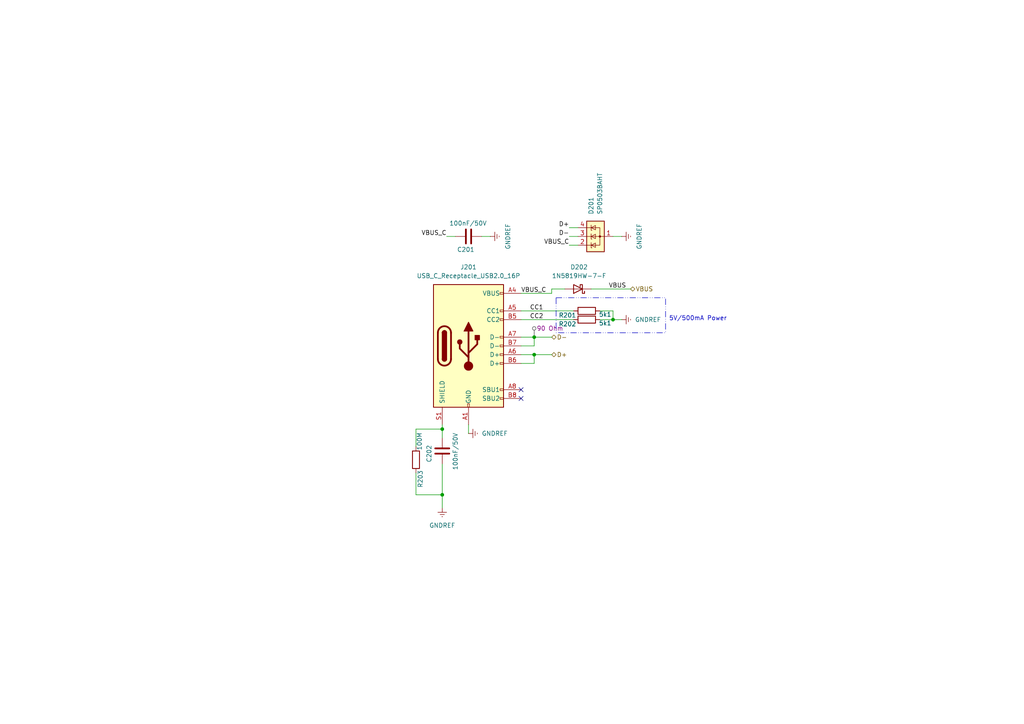
<source format=kicad_sch>
(kicad_sch
	(version 20250114)
	(generator "eeschema")
	(generator_version "9.0")
	(uuid "3ddc9734-1f39-4c53-a191-303513ae769f")
	(paper "A4")
	(title_block
		(title "PCB_BLE_Speaker")
		(date "2025-11-16")
		(rev "R.Casas")
	)
	(lib_symbols
		(symbol "Connector:USB_C_Receptacle_USB2.0_16P"
			(pin_names
				(offset 1.016)
			)
			(exclude_from_sim no)
			(in_bom yes)
			(on_board yes)
			(property "Reference" "J"
				(at 0 22.225 0)
				(effects
					(font
						(size 1.27 1.27)
					)
				)
			)
			(property "Value" "USB_C_Receptacle_USB2.0_16P"
				(at 0 19.685 0)
				(effects
					(font
						(size 1.27 1.27)
					)
				)
			)
			(property "Footprint" ""
				(at 3.81 0 0)
				(effects
					(font
						(size 1.27 1.27)
					)
					(hide yes)
				)
			)
			(property "Datasheet" "https://www.usb.org/sites/default/files/documents/usb_type-c.zip"
				(at 3.81 0 0)
				(effects
					(font
						(size 1.27 1.27)
					)
					(hide yes)
				)
			)
			(property "Description" "USB 2.0-only 16P Type-C Receptacle connector"
				(at 0 0 0)
				(effects
					(font
						(size 1.27 1.27)
					)
					(hide yes)
				)
			)
			(property "ki_keywords" "usb universal serial bus type-C USB2.0"
				(at 0 0 0)
				(effects
					(font
						(size 1.27 1.27)
					)
					(hide yes)
				)
			)
			(property "ki_fp_filters" "USB*C*Receptacle*"
				(at 0 0 0)
				(effects
					(font
						(size 1.27 1.27)
					)
					(hide yes)
				)
			)
			(symbol "USB_C_Receptacle_USB2.0_16P_0_0"
				(rectangle
					(start -0.254 -17.78)
					(end 0.254 -16.764)
					(stroke
						(width 0)
						(type default)
					)
					(fill
						(type none)
					)
				)
				(rectangle
					(start 10.16 15.494)
					(end 9.144 14.986)
					(stroke
						(width 0)
						(type default)
					)
					(fill
						(type none)
					)
				)
				(rectangle
					(start 10.16 10.414)
					(end 9.144 9.906)
					(stroke
						(width 0)
						(type default)
					)
					(fill
						(type none)
					)
				)
				(rectangle
					(start 10.16 7.874)
					(end 9.144 7.366)
					(stroke
						(width 0)
						(type default)
					)
					(fill
						(type none)
					)
				)
				(rectangle
					(start 10.16 2.794)
					(end 9.144 2.286)
					(stroke
						(width 0)
						(type default)
					)
					(fill
						(type none)
					)
				)
				(rectangle
					(start 10.16 0.254)
					(end 9.144 -0.254)
					(stroke
						(width 0)
						(type default)
					)
					(fill
						(type none)
					)
				)
				(rectangle
					(start 10.16 -2.286)
					(end 9.144 -2.794)
					(stroke
						(width 0)
						(type default)
					)
					(fill
						(type none)
					)
				)
				(rectangle
					(start 10.16 -4.826)
					(end 9.144 -5.334)
					(stroke
						(width 0)
						(type default)
					)
					(fill
						(type none)
					)
				)
				(rectangle
					(start 10.16 -12.446)
					(end 9.144 -12.954)
					(stroke
						(width 0)
						(type default)
					)
					(fill
						(type none)
					)
				)
				(rectangle
					(start 10.16 -14.986)
					(end 9.144 -15.494)
					(stroke
						(width 0)
						(type default)
					)
					(fill
						(type none)
					)
				)
			)
			(symbol "USB_C_Receptacle_USB2.0_16P_0_1"
				(rectangle
					(start -10.16 17.78)
					(end 10.16 -17.78)
					(stroke
						(width 0.254)
						(type default)
					)
					(fill
						(type background)
					)
				)
				(polyline
					(pts
						(xy -8.89 -3.81) (xy -8.89 3.81)
					)
					(stroke
						(width 0.508)
						(type default)
					)
					(fill
						(type none)
					)
				)
				(rectangle
					(start -7.62 -3.81)
					(end -6.35 3.81)
					(stroke
						(width 0.254)
						(type default)
					)
					(fill
						(type outline)
					)
				)
				(arc
					(start -7.62 3.81)
					(mid -6.985 4.4423)
					(end -6.35 3.81)
					(stroke
						(width 0.254)
						(type default)
					)
					(fill
						(type none)
					)
				)
				(arc
					(start -7.62 3.81)
					(mid -6.985 4.4423)
					(end -6.35 3.81)
					(stroke
						(width 0.254)
						(type default)
					)
					(fill
						(type outline)
					)
				)
				(arc
					(start -8.89 3.81)
					(mid -6.985 5.7067)
					(end -5.08 3.81)
					(stroke
						(width 0.508)
						(type default)
					)
					(fill
						(type none)
					)
				)
				(arc
					(start -5.08 -3.81)
					(mid -6.985 -5.7067)
					(end -8.89 -3.81)
					(stroke
						(width 0.508)
						(type default)
					)
					(fill
						(type none)
					)
				)
				(arc
					(start -6.35 -3.81)
					(mid -6.985 -4.4423)
					(end -7.62 -3.81)
					(stroke
						(width 0.254)
						(type default)
					)
					(fill
						(type none)
					)
				)
				(arc
					(start -6.35 -3.81)
					(mid -6.985 -4.4423)
					(end -7.62 -3.81)
					(stroke
						(width 0.254)
						(type default)
					)
					(fill
						(type outline)
					)
				)
				(polyline
					(pts
						(xy -5.08 3.81) (xy -5.08 -3.81)
					)
					(stroke
						(width 0.508)
						(type default)
					)
					(fill
						(type none)
					)
				)
				(circle
					(center -2.54 1.143)
					(radius 0.635)
					(stroke
						(width 0.254)
						(type default)
					)
					(fill
						(type outline)
					)
				)
				(polyline
					(pts
						(xy -1.27 4.318) (xy 0 6.858) (xy 1.27 4.318) (xy -1.27 4.318)
					)
					(stroke
						(width 0.254)
						(type default)
					)
					(fill
						(type outline)
					)
				)
				(polyline
					(pts
						(xy 0 -2.032) (xy 2.54 0.508) (xy 2.54 1.778)
					)
					(stroke
						(width 0.508)
						(type default)
					)
					(fill
						(type none)
					)
				)
				(polyline
					(pts
						(xy 0 -3.302) (xy -2.54 -0.762) (xy -2.54 0.508)
					)
					(stroke
						(width 0.508)
						(type default)
					)
					(fill
						(type none)
					)
				)
				(polyline
					(pts
						(xy 0 -5.842) (xy 0 4.318)
					)
					(stroke
						(width 0.508)
						(type default)
					)
					(fill
						(type none)
					)
				)
				(circle
					(center 0 -5.842)
					(radius 1.27)
					(stroke
						(width 0)
						(type default)
					)
					(fill
						(type outline)
					)
				)
				(rectangle
					(start 1.905 1.778)
					(end 3.175 3.048)
					(stroke
						(width 0.254)
						(type default)
					)
					(fill
						(type outline)
					)
				)
			)
			(symbol "USB_C_Receptacle_USB2.0_16P_1_1"
				(pin passive line
					(at -7.62 -22.86 90)
					(length 5.08)
					(name "SHIELD"
						(effects
							(font
								(size 1.27 1.27)
							)
						)
					)
					(number "S1"
						(effects
							(font
								(size 1.27 1.27)
							)
						)
					)
				)
				(pin passive line
					(at 0 -22.86 90)
					(length 5.08)
					(name "GND"
						(effects
							(font
								(size 1.27 1.27)
							)
						)
					)
					(number "A1"
						(effects
							(font
								(size 1.27 1.27)
							)
						)
					)
				)
				(pin passive line
					(at 0 -22.86 90)
					(length 5.08)
					(hide yes)
					(name "GND"
						(effects
							(font
								(size 1.27 1.27)
							)
						)
					)
					(number "A12"
						(effects
							(font
								(size 1.27 1.27)
							)
						)
					)
				)
				(pin passive line
					(at 0 -22.86 90)
					(length 5.08)
					(hide yes)
					(name "GND"
						(effects
							(font
								(size 1.27 1.27)
							)
						)
					)
					(number "B1"
						(effects
							(font
								(size 1.27 1.27)
							)
						)
					)
				)
				(pin passive line
					(at 0 -22.86 90)
					(length 5.08)
					(hide yes)
					(name "GND"
						(effects
							(font
								(size 1.27 1.27)
							)
						)
					)
					(number "B12"
						(effects
							(font
								(size 1.27 1.27)
							)
						)
					)
				)
				(pin passive line
					(at 15.24 15.24 180)
					(length 5.08)
					(name "VBUS"
						(effects
							(font
								(size 1.27 1.27)
							)
						)
					)
					(number "A4"
						(effects
							(font
								(size 1.27 1.27)
							)
						)
					)
				)
				(pin passive line
					(at 15.24 15.24 180)
					(length 5.08)
					(hide yes)
					(name "VBUS"
						(effects
							(font
								(size 1.27 1.27)
							)
						)
					)
					(number "A9"
						(effects
							(font
								(size 1.27 1.27)
							)
						)
					)
				)
				(pin passive line
					(at 15.24 15.24 180)
					(length 5.08)
					(hide yes)
					(name "VBUS"
						(effects
							(font
								(size 1.27 1.27)
							)
						)
					)
					(number "B4"
						(effects
							(font
								(size 1.27 1.27)
							)
						)
					)
				)
				(pin passive line
					(at 15.24 15.24 180)
					(length 5.08)
					(hide yes)
					(name "VBUS"
						(effects
							(font
								(size 1.27 1.27)
							)
						)
					)
					(number "B9"
						(effects
							(font
								(size 1.27 1.27)
							)
						)
					)
				)
				(pin bidirectional line
					(at 15.24 10.16 180)
					(length 5.08)
					(name "CC1"
						(effects
							(font
								(size 1.27 1.27)
							)
						)
					)
					(number "A5"
						(effects
							(font
								(size 1.27 1.27)
							)
						)
					)
				)
				(pin bidirectional line
					(at 15.24 7.62 180)
					(length 5.08)
					(name "CC2"
						(effects
							(font
								(size 1.27 1.27)
							)
						)
					)
					(number "B5"
						(effects
							(font
								(size 1.27 1.27)
							)
						)
					)
				)
				(pin bidirectional line
					(at 15.24 2.54 180)
					(length 5.08)
					(name "D-"
						(effects
							(font
								(size 1.27 1.27)
							)
						)
					)
					(number "A7"
						(effects
							(font
								(size 1.27 1.27)
							)
						)
					)
				)
				(pin bidirectional line
					(at 15.24 0 180)
					(length 5.08)
					(name "D-"
						(effects
							(font
								(size 1.27 1.27)
							)
						)
					)
					(number "B7"
						(effects
							(font
								(size 1.27 1.27)
							)
						)
					)
				)
				(pin bidirectional line
					(at 15.24 -2.54 180)
					(length 5.08)
					(name "D+"
						(effects
							(font
								(size 1.27 1.27)
							)
						)
					)
					(number "A6"
						(effects
							(font
								(size 1.27 1.27)
							)
						)
					)
				)
				(pin bidirectional line
					(at 15.24 -5.08 180)
					(length 5.08)
					(name "D+"
						(effects
							(font
								(size 1.27 1.27)
							)
						)
					)
					(number "B6"
						(effects
							(font
								(size 1.27 1.27)
							)
						)
					)
				)
				(pin bidirectional line
					(at 15.24 -12.7 180)
					(length 5.08)
					(name "SBU1"
						(effects
							(font
								(size 1.27 1.27)
							)
						)
					)
					(number "A8"
						(effects
							(font
								(size 1.27 1.27)
							)
						)
					)
				)
				(pin bidirectional line
					(at 15.24 -15.24 180)
					(length 5.08)
					(name "SBU2"
						(effects
							(font
								(size 1.27 1.27)
							)
						)
					)
					(number "B8"
						(effects
							(font
								(size 1.27 1.27)
							)
						)
					)
				)
			)
			(embedded_fonts no)
		)
		(symbol "Device:C"
			(pin_numbers
				(hide yes)
			)
			(pin_names
				(offset 0.254)
			)
			(exclude_from_sim no)
			(in_bom yes)
			(on_board yes)
			(property "Reference" "C"
				(at 0.635 2.54 0)
				(effects
					(font
						(size 1.27 1.27)
					)
					(justify left)
				)
			)
			(property "Value" "C"
				(at 0.635 -2.54 0)
				(effects
					(font
						(size 1.27 1.27)
					)
					(justify left)
				)
			)
			(property "Footprint" ""
				(at 0.9652 -3.81 0)
				(effects
					(font
						(size 1.27 1.27)
					)
					(hide yes)
				)
			)
			(property "Datasheet" "~"
				(at 0 0 0)
				(effects
					(font
						(size 1.27 1.27)
					)
					(hide yes)
				)
			)
			(property "Description" "Unpolarized capacitor"
				(at 0 0 0)
				(effects
					(font
						(size 1.27 1.27)
					)
					(hide yes)
				)
			)
			(property "ki_keywords" "cap capacitor"
				(at 0 0 0)
				(effects
					(font
						(size 1.27 1.27)
					)
					(hide yes)
				)
			)
			(property "ki_fp_filters" "C_*"
				(at 0 0 0)
				(effects
					(font
						(size 1.27 1.27)
					)
					(hide yes)
				)
			)
			(symbol "C_0_1"
				(polyline
					(pts
						(xy -2.032 0.762) (xy 2.032 0.762)
					)
					(stroke
						(width 0.508)
						(type default)
					)
					(fill
						(type none)
					)
				)
				(polyline
					(pts
						(xy -2.032 -0.762) (xy 2.032 -0.762)
					)
					(stroke
						(width 0.508)
						(type default)
					)
					(fill
						(type none)
					)
				)
			)
			(symbol "C_1_1"
				(pin passive line
					(at 0 3.81 270)
					(length 2.794)
					(name "~"
						(effects
							(font
								(size 1.27 1.27)
							)
						)
					)
					(number "1"
						(effects
							(font
								(size 1.27 1.27)
							)
						)
					)
				)
				(pin passive line
					(at 0 -3.81 90)
					(length 2.794)
					(name "~"
						(effects
							(font
								(size 1.27 1.27)
							)
						)
					)
					(number "2"
						(effects
							(font
								(size 1.27 1.27)
							)
						)
					)
				)
			)
			(embedded_fonts no)
		)
		(symbol "Device:R"
			(pin_numbers
				(hide yes)
			)
			(pin_names
				(offset 0)
			)
			(exclude_from_sim no)
			(in_bom yes)
			(on_board yes)
			(property "Reference" "R"
				(at 2.032 0 90)
				(effects
					(font
						(size 1.27 1.27)
					)
				)
			)
			(property "Value" "R"
				(at 0 0 90)
				(effects
					(font
						(size 1.27 1.27)
					)
				)
			)
			(property "Footprint" ""
				(at -1.778 0 90)
				(effects
					(font
						(size 1.27 1.27)
					)
					(hide yes)
				)
			)
			(property "Datasheet" "~"
				(at 0 0 0)
				(effects
					(font
						(size 1.27 1.27)
					)
					(hide yes)
				)
			)
			(property "Description" "Resistor"
				(at 0 0 0)
				(effects
					(font
						(size 1.27 1.27)
					)
					(hide yes)
				)
			)
			(property "ki_keywords" "R res resistor"
				(at 0 0 0)
				(effects
					(font
						(size 1.27 1.27)
					)
					(hide yes)
				)
			)
			(property "ki_fp_filters" "R_*"
				(at 0 0 0)
				(effects
					(font
						(size 1.27 1.27)
					)
					(hide yes)
				)
			)
			(symbol "R_0_1"
				(rectangle
					(start -1.016 -2.54)
					(end 1.016 2.54)
					(stroke
						(width 0.254)
						(type default)
					)
					(fill
						(type none)
					)
				)
			)
			(symbol "R_1_1"
				(pin passive line
					(at 0 3.81 270)
					(length 1.27)
					(name "~"
						(effects
							(font
								(size 1.27 1.27)
							)
						)
					)
					(number "1"
						(effects
							(font
								(size 1.27 1.27)
							)
						)
					)
				)
				(pin passive line
					(at 0 -3.81 90)
					(length 1.27)
					(name "~"
						(effects
							(font
								(size 1.27 1.27)
							)
						)
					)
					(number "2"
						(effects
							(font
								(size 1.27 1.27)
							)
						)
					)
				)
			)
			(embedded_fonts no)
		)
		(symbol "Diode:1N5819WS"
			(pin_numbers
				(hide yes)
			)
			(pin_names
				(offset 1.016)
				(hide yes)
			)
			(exclude_from_sim no)
			(in_bom yes)
			(on_board yes)
			(property "Reference" "D"
				(at 0 2.54 0)
				(effects
					(font
						(size 1.27 1.27)
					)
				)
			)
			(property "Value" "1N5819WS"
				(at 0 -2.54 0)
				(effects
					(font
						(size 1.27 1.27)
					)
				)
			)
			(property "Footprint" "Diode_SMD:D_SOD-323"
				(at 0 -4.445 0)
				(effects
					(font
						(size 1.27 1.27)
					)
					(hide yes)
				)
			)
			(property "Datasheet" "https://datasheet.lcsc.com/lcsc/2204281430_Guangdong-Hottech-1N5819WS_C191023.pdf"
				(at 0 0 0)
				(effects
					(font
						(size 1.27 1.27)
					)
					(hide yes)
				)
			)
			(property "Description" "40V 600mV@1A 1A SOD-323 Schottky Barrier Diodes, SOD-323"
				(at 0 0 0)
				(effects
					(font
						(size 1.27 1.27)
					)
					(hide yes)
				)
			)
			(property "ki_keywords" "diode Schottky"
				(at 0 0 0)
				(effects
					(font
						(size 1.27 1.27)
					)
					(hide yes)
				)
			)
			(property "ki_fp_filters" "D*SOD?323*"
				(at 0 0 0)
				(effects
					(font
						(size 1.27 1.27)
					)
					(hide yes)
				)
			)
			(symbol "1N5819WS_0_1"
				(polyline
					(pts
						(xy -1.905 0.635) (xy -1.905 1.27) (xy -1.27 1.27) (xy -1.27 -1.27) (xy -0.635 -1.27) (xy -0.635 -0.635)
					)
					(stroke
						(width 0.254)
						(type default)
					)
					(fill
						(type none)
					)
				)
				(polyline
					(pts
						(xy 1.27 1.27) (xy 1.27 -1.27) (xy -1.27 0) (xy 1.27 1.27)
					)
					(stroke
						(width 0.254)
						(type default)
					)
					(fill
						(type none)
					)
				)
				(polyline
					(pts
						(xy 1.27 0) (xy -1.27 0)
					)
					(stroke
						(width 0)
						(type default)
					)
					(fill
						(type none)
					)
				)
			)
			(symbol "1N5819WS_1_1"
				(pin passive line
					(at -3.81 0 0)
					(length 2.54)
					(name "K"
						(effects
							(font
								(size 1.27 1.27)
							)
						)
					)
					(number "1"
						(effects
							(font
								(size 1.27 1.27)
							)
						)
					)
				)
				(pin passive line
					(at 3.81 0 180)
					(length 2.54)
					(name "A"
						(effects
							(font
								(size 1.27 1.27)
							)
						)
					)
					(number "2"
						(effects
							(font
								(size 1.27 1.27)
							)
						)
					)
				)
			)
			(embedded_fonts no)
		)
		(symbol "Power_Protection:SP0503BAHT"
			(pin_names
				(hide yes)
			)
			(exclude_from_sim no)
			(in_bom yes)
			(on_board yes)
			(property "Reference" "D"
				(at 5.715 2.54 0)
				(effects
					(font
						(size 1.27 1.27)
					)
					(justify left)
				)
			)
			(property "Value" "SP0503BAHT"
				(at 5.715 0.635 0)
				(effects
					(font
						(size 1.27 1.27)
					)
					(justify left)
				)
			)
			(property "Footprint" "Package_TO_SOT_SMD:SOT-143"
				(at 5.715 -1.27 0)
				(effects
					(font
						(size 1.27 1.27)
					)
					(justify left)
					(hide yes)
				)
			)
			(property "Datasheet" "http://www.littelfuse.com/~/media/files/littelfuse/technical%20resources/documents/data%20sheets/sp05xxba.pdf"
				(at 3.175 3.175 0)
				(effects
					(font
						(size 1.27 1.27)
					)
					(hide yes)
				)
			)
			(property "Description" "TVS Diode Array, 5.5V Standoff, 3 Channels, SOT-143 package"
				(at 0 0 0)
				(effects
					(font
						(size 1.27 1.27)
					)
					(hide yes)
				)
			)
			(property "ki_keywords" "usb esd protection suppression transient"
				(at 0 0 0)
				(effects
					(font
						(size 1.27 1.27)
					)
					(hide yes)
				)
			)
			(property "ki_fp_filters" "SOT?143*"
				(at 0 0 0)
				(effects
					(font
						(size 1.27 1.27)
					)
					(hide yes)
				)
			)
			(symbol "SP0503BAHT_0_0"
				(pin passive line
					(at 0 -5.08 90)
					(length 2.54)
					(name "A"
						(effects
							(font
								(size 1.27 1.27)
							)
						)
					)
					(number "1"
						(effects
							(font
								(size 1.27 1.27)
							)
						)
					)
				)
			)
			(symbol "SP0503BAHT_0_1"
				(rectangle
					(start -4.445 2.54)
					(end 4.445 -2.54)
					(stroke
						(width 0.254)
						(type default)
					)
					(fill
						(type background)
					)
				)
				(polyline
					(pts
						(xy -3.302 1.016) (xy -3.302 1.27) (xy -1.905 1.27) (xy -1.778 1.27)
					)
					(stroke
						(width 0)
						(type default)
					)
					(fill
						(type none)
					)
				)
				(polyline
					(pts
						(xy -2.54 2.54) (xy -2.54 1.27)
					)
					(stroke
						(width 0)
						(type default)
					)
					(fill
						(type none)
					)
				)
				(polyline
					(pts
						(xy -2.54 1.27) (xy -2.54 -1.27) (xy 2.54 -1.27) (xy 2.54 1.27)
					)
					(stroke
						(width 0)
						(type default)
					)
					(fill
						(type none)
					)
				)
				(polyline
					(pts
						(xy -2.54 1.27) (xy -1.905 0) (xy -3.175 0) (xy -2.54 1.27)
					)
					(stroke
						(width 0)
						(type default)
					)
					(fill
						(type none)
					)
				)
				(polyline
					(pts
						(xy 0 2.54) (xy 0 1.27)
					)
					(stroke
						(width 0)
						(type default)
					)
					(fill
						(type none)
					)
				)
				(polyline
					(pts
						(xy 0 -1.27) (xy 0 1.27)
					)
					(stroke
						(width 0)
						(type default)
					)
					(fill
						(type none)
					)
				)
				(polyline
					(pts
						(xy 0 -1.27) (xy 0 -2.54)
					)
					(stroke
						(width 0)
						(type default)
					)
					(fill
						(type none)
					)
				)
				(circle
					(center 0 -1.27)
					(radius 0.254)
					(stroke
						(width 0)
						(type default)
					)
					(fill
						(type outline)
					)
				)
				(polyline
					(pts
						(xy 0.635 1.27) (xy 0.762 1.27)
					)
					(stroke
						(width 0)
						(type default)
					)
					(fill
						(type none)
					)
				)
				(polyline
					(pts
						(xy 0.635 1.27) (xy -0.762 1.27) (xy -0.762 1.016)
					)
					(stroke
						(width 0)
						(type default)
					)
					(fill
						(type none)
					)
				)
				(polyline
					(pts
						(xy 0.635 0) (xy -0.635 0) (xy 0 1.27) (xy 0.635 0)
					)
					(stroke
						(width 0)
						(type default)
					)
					(fill
						(type none)
					)
				)
				(polyline
					(pts
						(xy 1.778 1.016) (xy 1.778 1.27) (xy 3.175 1.27) (xy 3.302 1.27)
					)
					(stroke
						(width 0)
						(type default)
					)
					(fill
						(type none)
					)
				)
				(polyline
					(pts
						(xy 2.54 2.54) (xy 2.54 1.27)
					)
					(stroke
						(width 0)
						(type default)
					)
					(fill
						(type none)
					)
				)
				(polyline
					(pts
						(xy 2.54 1.27) (xy 1.905 0) (xy 3.175 0) (xy 2.54 1.27)
					)
					(stroke
						(width 0)
						(type default)
					)
					(fill
						(type none)
					)
				)
			)
			(symbol "SP0503BAHT_1_1"
				(pin passive line
					(at -2.54 5.08 270)
					(length 2.54)
					(name "K"
						(effects
							(font
								(size 1.27 1.27)
							)
						)
					)
					(number "2"
						(effects
							(font
								(size 1.27 1.27)
							)
						)
					)
				)
				(pin passive line
					(at 0 5.08 270)
					(length 2.54)
					(name "K"
						(effects
							(font
								(size 1.27 1.27)
							)
						)
					)
					(number "3"
						(effects
							(font
								(size 1.27 1.27)
							)
						)
					)
				)
				(pin passive line
					(at 2.54 5.08 270)
					(length 2.54)
					(name "K"
						(effects
							(font
								(size 1.27 1.27)
							)
						)
					)
					(number "4"
						(effects
							(font
								(size 1.27 1.27)
							)
						)
					)
				)
			)
			(embedded_fonts no)
		)
		(symbol "power:GNDREF"
			(power)
			(pin_numbers
				(hide yes)
			)
			(pin_names
				(offset 0)
				(hide yes)
			)
			(exclude_from_sim no)
			(in_bom yes)
			(on_board yes)
			(property "Reference" "#PWR"
				(at 0 -6.35 0)
				(effects
					(font
						(size 1.27 1.27)
					)
					(hide yes)
				)
			)
			(property "Value" "GNDREF"
				(at 0 -3.81 0)
				(effects
					(font
						(size 1.27 1.27)
					)
				)
			)
			(property "Footprint" ""
				(at 0 0 0)
				(effects
					(font
						(size 1.27 1.27)
					)
					(hide yes)
				)
			)
			(property "Datasheet" ""
				(at 0 0 0)
				(effects
					(font
						(size 1.27 1.27)
					)
					(hide yes)
				)
			)
			(property "Description" "Power symbol creates a global label with name \"GNDREF\" , reference supply ground"
				(at 0 0 0)
				(effects
					(font
						(size 1.27 1.27)
					)
					(hide yes)
				)
			)
			(property "ki_keywords" "global power"
				(at 0 0 0)
				(effects
					(font
						(size 1.27 1.27)
					)
					(hide yes)
				)
			)
			(symbol "GNDREF_0_1"
				(polyline
					(pts
						(xy -0.635 -1.905) (xy 0.635 -1.905)
					)
					(stroke
						(width 0)
						(type default)
					)
					(fill
						(type none)
					)
				)
				(polyline
					(pts
						(xy -0.127 -2.54) (xy 0.127 -2.54)
					)
					(stroke
						(width 0)
						(type default)
					)
					(fill
						(type none)
					)
				)
				(polyline
					(pts
						(xy 0 -1.27) (xy 0 0)
					)
					(stroke
						(width 0)
						(type default)
					)
					(fill
						(type none)
					)
				)
				(polyline
					(pts
						(xy 1.27 -1.27) (xy -1.27 -1.27)
					)
					(stroke
						(width 0)
						(type default)
					)
					(fill
						(type none)
					)
				)
			)
			(symbol "GNDREF_1_1"
				(pin power_in line
					(at 0 0 270)
					(length 0)
					(name "~"
						(effects
							(font
								(size 1.27 1.27)
							)
						)
					)
					(number "1"
						(effects
							(font
								(size 1.27 1.27)
							)
						)
					)
				)
			)
			(embedded_fonts no)
		)
	)
	(rectangle
		(start 161.29 86.36)
		(end 193.04 96.52)
		(stroke
			(width 0)
			(type dash_dot_dot)
		)
		(fill
			(type none)
		)
		(uuid dd847a9e-beac-4116-8415-bd1c52ef1008)
	)
	(text "5V/500mA Power"
		(exclude_from_sim no)
		(at 202.438 92.456 0)
		(effects
			(font
				(size 1.27 1.27)
			)
		)
		(uuid "d8c79746-2646-45c8-8429-1914b8012c47")
	)
	(junction
		(at 128.27 124.46)
		(diameter 0)
		(color 0 0 0 0)
		(uuid "26416d49-8ae3-4c47-b5bd-1a0dfd499915")
	)
	(junction
		(at 128.27 143.51)
		(diameter 0)
		(color 0 0 0 0)
		(uuid "32115f9d-be62-4488-bacd-0d3171543545")
	)
	(junction
		(at 154.94 102.87)
		(diameter 0)
		(color 0 0 0 0)
		(uuid "a370b558-3c01-4a70-9aac-938ebf72c721")
	)
	(junction
		(at 154.94 97.79)
		(diameter 0)
		(color 0 0 0 0)
		(uuid "cece9504-1aa0-4af1-a395-6b46b23a9da2")
	)
	(junction
		(at 177.8 92.71)
		(diameter 0)
		(color 0 0 0 0)
		(uuid "ef23507f-2c4c-46fd-8336-899b2f80e857")
	)
	(no_connect
		(at 151.13 115.57)
		(uuid "5dff104d-9f0c-4f30-84fb-c79ee39afe2a")
	)
	(no_connect
		(at 151.13 113.03)
		(uuid "f6b495f7-1b3d-47c2-bf4b-92720178b796")
	)
	(wire
		(pts
			(xy 120.65 137.16) (xy 120.65 143.51)
		)
		(stroke
			(width 0)
			(type default)
		)
		(uuid "083bc1eb-8035-43be-982b-3be49b52b913")
	)
	(wire
		(pts
			(xy 154.94 102.87) (xy 151.13 102.87)
		)
		(stroke
			(width 0)
			(type default)
		)
		(uuid "19ef8a80-d0a1-42ee-93e4-b4ca30374227")
	)
	(wire
		(pts
			(xy 160.02 83.82) (xy 163.83 83.82)
		)
		(stroke
			(width 0)
			(type default)
		)
		(uuid "2cbcf506-c4c3-4b1d-afed-282bfc302284")
	)
	(wire
		(pts
			(xy 165.1 71.12) (xy 167.64 71.12)
		)
		(stroke
			(width 0)
			(type default)
		)
		(uuid "2d84b5c1-b340-4b6a-b8f1-77fced9d2013")
	)
	(wire
		(pts
			(xy 165.1 66.04) (xy 167.64 66.04)
		)
		(stroke
			(width 0)
			(type default)
		)
		(uuid "2e4912e3-ca54-4654-803f-8645a2046091")
	)
	(wire
		(pts
			(xy 154.94 102.87) (xy 154.94 105.41)
		)
		(stroke
			(width 0)
			(type default)
		)
		(uuid "36fa4c0e-8e4a-4449-81c0-7bddad39dd55")
	)
	(wire
		(pts
			(xy 180.34 68.58) (xy 177.8 68.58)
		)
		(stroke
			(width 0)
			(type default)
		)
		(uuid "389751a3-eeeb-4041-82eb-786f3ec1023a")
	)
	(wire
		(pts
			(xy 154.94 102.87) (xy 160.02 102.87)
		)
		(stroke
			(width 0)
			(type default)
		)
		(uuid "3cbca22f-1cf7-41ca-8e64-8ac808e4de59")
	)
	(wire
		(pts
			(xy 128.27 143.51) (xy 128.27 134.62)
		)
		(stroke
			(width 0)
			(type default)
		)
		(uuid "44f935a3-d654-4a1b-9167-864d1a1f89a5")
	)
	(wire
		(pts
			(xy 151.13 90.17) (xy 166.37 90.17)
		)
		(stroke
			(width 0)
			(type default)
		)
		(uuid "4636f1b4-7f2c-436e-a310-69759710f702")
	)
	(wire
		(pts
			(xy 173.99 90.17) (xy 177.8 90.17)
		)
		(stroke
			(width 0)
			(type default)
		)
		(uuid "550d09ff-f316-4033-9711-7418d5a98ca7")
	)
	(wire
		(pts
			(xy 135.89 123.19) (xy 135.89 125.73)
		)
		(stroke
			(width 0)
			(type default)
		)
		(uuid "6e67961e-6dcc-4dbb-81da-da8c045be48d")
	)
	(wire
		(pts
			(xy 165.1 68.58) (xy 167.64 68.58)
		)
		(stroke
			(width 0)
			(type default)
		)
		(uuid "71e98e21-7c6f-4fe6-9f70-cbefca31a902")
	)
	(wire
		(pts
			(xy 128.27 124.46) (xy 128.27 127)
		)
		(stroke
			(width 0)
			(type default)
		)
		(uuid "7c7ddd4e-d595-4f1e-b04d-956cdf0a2c17")
	)
	(wire
		(pts
			(xy 139.7 68.58) (xy 142.24 68.58)
		)
		(stroke
			(width 0)
			(type default)
		)
		(uuid "80a492b0-2819-4e4d-a9e0-30aecd3f929e")
	)
	(wire
		(pts
			(xy 177.8 90.17) (xy 177.8 92.71)
		)
		(stroke
			(width 0)
			(type default)
		)
		(uuid "80f9befa-9116-4033-a675-0506947c66ad")
	)
	(wire
		(pts
			(xy 173.99 92.71) (xy 177.8 92.71)
		)
		(stroke
			(width 0)
			(type default)
		)
		(uuid "81df169e-a1d2-4c0c-89db-46481f110c59")
	)
	(wire
		(pts
			(xy 154.94 100.33) (xy 151.13 100.33)
		)
		(stroke
			(width 0)
			(type default)
		)
		(uuid "9093dccc-8adb-4298-859c-758a4e93c8e4")
	)
	(wire
		(pts
			(xy 154.94 97.79) (xy 160.02 97.79)
		)
		(stroke
			(width 0)
			(type default)
		)
		(uuid "9a439b33-5ceb-4355-8118-483e9e040124")
	)
	(wire
		(pts
			(xy 128.27 123.19) (xy 128.27 124.46)
		)
		(stroke
			(width 0)
			(type default)
		)
		(uuid "9ec53228-468e-4053-814b-126fe2529dcd")
	)
	(wire
		(pts
			(xy 154.94 100.33) (xy 154.94 97.79)
		)
		(stroke
			(width 0)
			(type default)
		)
		(uuid "a5481d67-99a5-4bef-b942-ba70daa916bb")
	)
	(wire
		(pts
			(xy 151.13 97.79) (xy 154.94 97.79)
		)
		(stroke
			(width 0)
			(type default)
		)
		(uuid "af4ac939-0c24-47ff-9022-73ecbe60d526")
	)
	(wire
		(pts
			(xy 151.13 92.71) (xy 166.37 92.71)
		)
		(stroke
			(width 0)
			(type default)
		)
		(uuid "b15d02db-69fc-455d-b3b9-a3715b60d60d")
	)
	(wire
		(pts
			(xy 177.8 92.71) (xy 180.34 92.71)
		)
		(stroke
			(width 0)
			(type default)
		)
		(uuid "b75571f8-0395-411e-bea4-6806572be663")
	)
	(wire
		(pts
			(xy 171.45 83.82) (xy 182.88 83.82)
		)
		(stroke
			(width 0)
			(type default)
		)
		(uuid "c8952099-ff60-47be-92a4-10ca42ca11cc")
	)
	(wire
		(pts
			(xy 120.65 124.46) (xy 120.65 129.54)
		)
		(stroke
			(width 0)
			(type default)
		)
		(uuid "d36d8402-e83a-4a76-9853-175716a75b0b")
	)
	(wire
		(pts
			(xy 120.65 143.51) (xy 128.27 143.51)
		)
		(stroke
			(width 0)
			(type default)
		)
		(uuid "d6c5acbb-1bf0-4ff9-b5b4-79b64b6e8878")
	)
	(wire
		(pts
			(xy 128.27 143.51) (xy 128.27 147.32)
		)
		(stroke
			(width 0)
			(type default)
		)
		(uuid "d913ca6d-ad08-4ca5-a081-43e844093693")
	)
	(wire
		(pts
			(xy 151.13 85.09) (xy 160.02 85.09)
		)
		(stroke
			(width 0)
			(type default)
		)
		(uuid "dfaceb1b-6ab1-4953-b5fb-ed1944fbf335")
	)
	(wire
		(pts
			(xy 129.54 68.58) (xy 132.08 68.58)
		)
		(stroke
			(width 0)
			(type default)
		)
		(uuid "e6490239-c1d7-421e-b4dc-abce4ac26dda")
	)
	(wire
		(pts
			(xy 128.27 124.46) (xy 120.65 124.46)
		)
		(stroke
			(width 0)
			(type default)
		)
		(uuid "f5348dda-71f5-4b1b-93f3-45e018be198f")
	)
	(wire
		(pts
			(xy 151.13 105.41) (xy 154.94 105.41)
		)
		(stroke
			(width 0)
			(type default)
		)
		(uuid "f7008b11-2255-444e-abc5-45778a623e69")
	)
	(wire
		(pts
			(xy 160.02 85.09) (xy 160.02 83.82)
		)
		(stroke
			(width 0)
			(type default)
		)
		(uuid "f9164f15-cdfc-4421-983b-9a7822a891a7")
	)
	(label "CC1"
		(at 153.67 90.17 0)
		(effects
			(font
				(size 1.27 1.27)
			)
			(justify left bottom)
		)
		(uuid "215e338d-cefc-4b85-9409-4ccd7d56481c")
	)
	(label "VBUS_C"
		(at 129.54 68.58 180)
		(effects
			(font
				(size 1.27 1.27)
			)
			(justify right bottom)
		)
		(uuid "2b4f6737-389e-4ed3-9e70-3f055aa91c7e")
	)
	(label "D+"
		(at 165.1 66.04 180)
		(fields_autoplaced yes)
		(effects
			(font
				(size 1.27 1.27)
			)
			(justify right bottom)
		)
		(uuid "35e4d8a3-4abf-49c5-9f04-eeaccdf818e7")
		(property "Netclass" "90 Ohm"
			(at 165.1 67.31 0)
			(effects
				(font
					(size 1.27 1.27)
					(italic yes)
				)
				(justify right)
				(hide yes)
			)
		)
	)
	(label "VBUS_C"
		(at 165.1 71.12 180)
		(effects
			(font
				(size 1.27 1.27)
			)
			(justify right bottom)
		)
		(uuid "4b66c184-d21d-40d6-ac3e-d24c9b847638")
	)
	(label "VBUS"
		(at 176.53 83.82 0)
		(effects
			(font
				(size 1.27 1.27)
			)
			(justify left bottom)
		)
		(uuid "5a76c1d1-e9c1-4815-b7ee-6d5b44b67923")
	)
	(label "CC2"
		(at 153.67 92.71 0)
		(effects
			(font
				(size 1.27 1.27)
			)
			(justify left bottom)
		)
		(uuid "a943680e-d212-4517-a5e6-92079dc5897f")
	)
	(label "VBUS_C"
		(at 151.13 85.09 0)
		(effects
			(font
				(size 1.27 1.27)
			)
			(justify left bottom)
		)
		(uuid "b119da10-49e6-4cfd-9ad8-266943bb28ab")
	)
	(label "D-"
		(at 165.1 68.58 180)
		(fields_autoplaced yes)
		(effects
			(font
				(size 1.27 1.27)
			)
			(justify right bottom)
		)
		(uuid "df505bb7-daf1-4356-8911-4e98371c351e")
		(property "Netclass" "90 Ohm"
			(at 165.1 69.85 0)
			(effects
				(font
					(size 1.27 1.27)
					(italic yes)
				)
				(justify right)
				(hide yes)
			)
		)
	)
	(hierarchical_label "D+"
		(shape bidirectional)
		(at 160.02 102.87 0)
		(effects
			(font
				(size 1.27 1.27)
			)
			(justify left)
		)
		(uuid "14ffbf6d-4776-4bd4-a0d9-23bab6356fc5")
	)
	(hierarchical_label "D-"
		(shape bidirectional)
		(at 160.02 97.79 0)
		(effects
			(font
				(size 1.27 1.27)
			)
			(justify left)
		)
		(uuid "58c2b0d3-15a0-43ec-a2b4-90408035db1d")
	)
	(hierarchical_label "VBUS"
		(shape bidirectional)
		(at 182.88 83.82 0)
		(effects
			(font
				(size 1.27 1.27)
			)
			(justify left)
		)
		(uuid "d921d8de-6c4f-4127-900d-59fd2d65c097")
	)
	(netclass_flag ""
		(length 2.54)
		(shape round)
		(at 154.94 97.79 0)
		(fields_autoplaced yes)
		(effects
			(font
				(size 1.27 1.27)
			)
			(justify left bottom)
		)
		(uuid "d53307b6-87ac-48bc-9a7b-85bcee174c84")
		(property "Netclass" "90 Ohm"
			(at 155.6385 95.25 0)
			(effects
				(font
					(size 1.27 1.27)
				)
				(justify left)
			)
		)
		(property "Component Class" ""
			(at -59.69 10.16 0)
			(effects
				(font
					(size 1.27 1.27)
					(italic yes)
				)
			)
		)
	)
	(symbol
		(lib_id "Diode:1N5819WS")
		(at 167.64 83.82 180)
		(unit 1)
		(exclude_from_sim no)
		(in_bom yes)
		(on_board yes)
		(dnp no)
		(fields_autoplaced yes)
		(uuid "032141af-17d1-4f1e-937f-ab63cd06df3f")
		(property "Reference" "D202"
			(at 167.9575 77.47 0)
			(effects
				(font
					(size 1.27 1.27)
				)
			)
		)
		(property "Value" "1N5819HW-7-F"
			(at 167.9575 80.01 0)
			(effects
				(font
					(size 1.27 1.27)
				)
			)
		)
		(property "Footprint" "Diode_SMD:D_SOD-123F"
			(at 167.64 79.375 0)
			(effects
				(font
					(size 1.27 1.27)
				)
				(hide yes)
			)
		)
		(property "Datasheet" ""
			(at 167.64 83.82 0)
			(effects
				(font
					(size 1.27 1.27)
				)
				(hide yes)
			)
		)
		(property "Description" ""
			(at 167.64 83.82 0)
			(effects
				(font
					(size 1.27 1.27)
				)
				(hide yes)
			)
		)
		(pin "2"
			(uuid "df252eae-8342-4ed3-8882-d7690a9dc1ff")
		)
		(pin "1"
			(uuid "357988d7-a484-4fad-b762-98bcb4322e3d")
		)
		(instances
			(project ""
				(path "/ee5079a3-7a94-4c31-a728-9ec7d03fd2da/40127e6c-903e-4c6b-8522-b795aca5e676"
					(reference "D202")
					(unit 1)
				)
			)
		)
	)
	(symbol
		(lib_id "power:GNDREF")
		(at 142.24 68.58 90)
		(unit 1)
		(exclude_from_sim no)
		(in_bom yes)
		(on_board yes)
		(dnp no)
		(fields_autoplaced yes)
		(uuid "0d07b660-f68a-4fd1-9f6c-a157d47ca28a")
		(property "Reference" "#PWR0201"
			(at 148.59 68.58 0)
			(effects
				(font
					(size 1.27 1.27)
				)
				(hide yes)
			)
		)
		(property "Value" "GNDREF"
			(at 147.32 68.58 0)
			(effects
				(font
					(size 1.27 1.27)
				)
			)
		)
		(property "Footprint" ""
			(at 142.24 68.58 0)
			(effects
				(font
					(size 1.27 1.27)
				)
				(hide yes)
			)
		)
		(property "Datasheet" ""
			(at 142.24 68.58 0)
			(effects
				(font
					(size 1.27 1.27)
				)
				(hide yes)
			)
		)
		(property "Description" "Power symbol creates a global label with name \"GNDREF\" , reference supply ground"
			(at 142.24 68.58 0)
			(effects
				(font
					(size 1.27 1.27)
				)
				(hide yes)
			)
		)
		(pin "1"
			(uuid "7fc8a91f-ba5f-4988-8051-83c259b5190c")
		)
		(instances
			(project "PCB_BLE_Speaker"
				(path "/ee5079a3-7a94-4c31-a728-9ec7d03fd2da/40127e6c-903e-4c6b-8522-b795aca5e676"
					(reference "#PWR0201")
					(unit 1)
				)
			)
		)
	)
	(symbol
		(lib_id "power:GNDREF")
		(at 135.89 125.73 90)
		(unit 1)
		(exclude_from_sim no)
		(in_bom yes)
		(on_board yes)
		(dnp no)
		(fields_autoplaced yes)
		(uuid "225ac73c-f0ce-4133-b556-0fba489331bd")
		(property "Reference" "#PWR0204"
			(at 142.24 125.73 0)
			(effects
				(font
					(size 1.27 1.27)
				)
				(hide yes)
			)
		)
		(property "Value" "GNDREF"
			(at 139.7 125.7299 90)
			(effects
				(font
					(size 1.27 1.27)
				)
				(justify right)
			)
		)
		(property "Footprint" ""
			(at 135.89 125.73 0)
			(effects
				(font
					(size 1.27 1.27)
				)
				(hide yes)
			)
		)
		(property "Datasheet" ""
			(at 135.89 125.73 0)
			(effects
				(font
					(size 1.27 1.27)
				)
				(hide yes)
			)
		)
		(property "Description" "Power symbol creates a global label with name \"GNDREF\" , reference supply ground"
			(at 135.89 125.73 0)
			(effects
				(font
					(size 1.27 1.27)
				)
				(hide yes)
			)
		)
		(pin "1"
			(uuid "077a692d-6527-4914-9c8d-26b0469fefe7")
		)
		(instances
			(project "PCB_BLE_Speaker"
				(path "/ee5079a3-7a94-4c31-a728-9ec7d03fd2da/40127e6c-903e-4c6b-8522-b795aca5e676"
					(reference "#PWR0204")
					(unit 1)
				)
			)
		)
	)
	(symbol
		(lib_id "Device:R")
		(at 120.65 133.35 180)
		(unit 1)
		(exclude_from_sim no)
		(in_bom yes)
		(on_board yes)
		(dnp no)
		(uuid "35ea9948-2ef5-42b0-8961-916b5d589f14")
		(property "Reference" "R203"
			(at 121.92 138.938 90)
			(effects
				(font
					(size 1.27 1.27)
				)
			)
		)
		(property "Value" "100M"
			(at 121.666 128.016 90)
			(effects
				(font
					(size 1.27 1.27)
				)
			)
		)
		(property "Footprint" "Resistor_SMD:R_0603_1608Metric_Pad0.98x0.95mm_HandSolder"
			(at 122.428 133.35 90)
			(effects
				(font
					(size 1.27 1.27)
				)
				(hide yes)
			)
		)
		(property "Datasheet" "~"
			(at 120.65 133.35 0)
			(effects
				(font
					(size 1.27 1.27)
				)
				(hide yes)
			)
		)
		(property "Description" "Resistor"
			(at 120.65 133.35 0)
			(effects
				(font
					(size 1.27 1.27)
				)
				(hide yes)
			)
		)
		(pin "1"
			(uuid "3241bf9c-bce1-4534-8430-075febb74b61")
		)
		(pin "2"
			(uuid "2618c021-f34a-4739-ac00-c29492aaed8f")
		)
		(instances
			(project "PCB_BLE_Speaker"
				(path "/ee5079a3-7a94-4c31-a728-9ec7d03fd2da/40127e6c-903e-4c6b-8522-b795aca5e676"
					(reference "R203")
					(unit 1)
				)
			)
		)
	)
	(symbol
		(lib_id "power:GNDREF")
		(at 180.34 68.58 90)
		(unit 1)
		(exclude_from_sim no)
		(in_bom yes)
		(on_board yes)
		(dnp no)
		(fields_autoplaced yes)
		(uuid "3754db1e-28ec-44c8-af4a-ee7a876a0ce9")
		(property "Reference" "#PWR0202"
			(at 186.69 68.58 0)
			(effects
				(font
					(size 1.27 1.27)
				)
				(hide yes)
			)
		)
		(property "Value" "GNDREF"
			(at 185.42 68.58 0)
			(effects
				(font
					(size 1.27 1.27)
				)
			)
		)
		(property "Footprint" ""
			(at 180.34 68.58 0)
			(effects
				(font
					(size 1.27 1.27)
				)
				(hide yes)
			)
		)
		(property "Datasheet" ""
			(at 180.34 68.58 0)
			(effects
				(font
					(size 1.27 1.27)
				)
				(hide yes)
			)
		)
		(property "Description" "Power symbol creates a global label with name \"GNDREF\" , reference supply ground"
			(at 180.34 68.58 0)
			(effects
				(font
					(size 1.27 1.27)
				)
				(hide yes)
			)
		)
		(pin "1"
			(uuid "ecadbc32-e7ec-4664-a04e-5d74aae7b681")
		)
		(instances
			(project "PCB_BLE_Speaker"
				(path "/ee5079a3-7a94-4c31-a728-9ec7d03fd2da/40127e6c-903e-4c6b-8522-b795aca5e676"
					(reference "#PWR0202")
					(unit 1)
				)
			)
		)
	)
	(symbol
		(lib_id "Power_Protection:SP0503BAHT")
		(at 172.72 68.58 90)
		(unit 1)
		(exclude_from_sim no)
		(in_bom yes)
		(on_board yes)
		(dnp no)
		(fields_autoplaced yes)
		(uuid "3906458c-e0fe-4ce5-8c9e-fee86ae2ece6")
		(property "Reference" "D201"
			(at 171.4499 62.23 0)
			(effects
				(font
					(size 1.27 1.27)
				)
				(justify left)
			)
		)
		(property "Value" "SP0503BAHT"
			(at 173.9899 62.23 0)
			(effects
				(font
					(size 1.27 1.27)
				)
				(justify left)
			)
		)
		(property "Footprint" "Package_TO_SOT_SMD:SOT-143_Handsoldering"
			(at 173.99 62.865 0)
			(effects
				(font
					(size 1.27 1.27)
				)
				(justify left)
				(hide yes)
			)
		)
		(property "Datasheet" "http://www.littelfuse.com/~/media/files/littelfuse/technical%20resources/documents/data%20sheets/sp05xxba.pdf"
			(at 169.545 65.405 0)
			(effects
				(font
					(size 1.27 1.27)
				)
				(hide yes)
			)
		)
		(property "Description" "TVS Diode Array, 5.5V Standoff, 3 Channels, SOT-143 package"
			(at 172.72 68.58 0)
			(effects
				(font
					(size 1.27 1.27)
				)
				(hide yes)
			)
		)
		(pin "2"
			(uuid "e82b6473-1275-4380-8ca1-fe8b41cf9f90")
		)
		(pin "4"
			(uuid "5df5fc7e-fb02-4e65-ad83-61261eff0e19")
		)
		(pin "3"
			(uuid "47abb04e-f7b3-48d4-b798-4a5ce3f03cad")
		)
		(pin "1"
			(uuid "17ed42cf-20ac-490e-8bdd-7eba28655fe5")
		)
		(instances
			(project "PCB_BLE_Speaker"
				(path "/ee5079a3-7a94-4c31-a728-9ec7d03fd2da/40127e6c-903e-4c6b-8522-b795aca5e676"
					(reference "D201")
					(unit 1)
				)
			)
		)
	)
	(symbol
		(lib_id "power:GNDREF")
		(at 128.27 147.32 0)
		(unit 1)
		(exclude_from_sim no)
		(in_bom yes)
		(on_board yes)
		(dnp no)
		(fields_autoplaced yes)
		(uuid "79658ac8-f1fa-4d66-935d-9491b316bc3c")
		(property "Reference" "#PWR0205"
			(at 128.27 153.67 0)
			(effects
				(font
					(size 1.27 1.27)
				)
				(hide yes)
			)
		)
		(property "Value" "GNDREF"
			(at 128.27 152.4 0)
			(effects
				(font
					(size 1.27 1.27)
				)
			)
		)
		(property "Footprint" ""
			(at 128.27 147.32 0)
			(effects
				(font
					(size 1.27 1.27)
				)
				(hide yes)
			)
		)
		(property "Datasheet" ""
			(at 128.27 147.32 0)
			(effects
				(font
					(size 1.27 1.27)
				)
				(hide yes)
			)
		)
		(property "Description" "Power symbol creates a global label with name \"GNDREF\" , reference supply ground"
			(at 128.27 147.32 0)
			(effects
				(font
					(size 1.27 1.27)
				)
				(hide yes)
			)
		)
		(pin "1"
			(uuid "4ce8e700-b5ee-4848-b214-7fa9df41cf83")
		)
		(instances
			(project "PCB_BLE_Speaker"
				(path "/ee5079a3-7a94-4c31-a728-9ec7d03fd2da/40127e6c-903e-4c6b-8522-b795aca5e676"
					(reference "#PWR0205")
					(unit 1)
				)
			)
		)
	)
	(symbol
		(lib_id "Device:C")
		(at 128.27 130.81 0)
		(mirror x)
		(unit 1)
		(exclude_from_sim no)
		(in_bom yes)
		(on_board yes)
		(dnp no)
		(uuid "a27f7ce0-c14d-4f54-a02c-3093cf495cf5")
		(property "Reference" "C202"
			(at 124.46 129.032 90)
			(effects
				(font
					(size 1.27 1.27)
				)
				(justify left)
			)
		)
		(property "Value" "100nF/50V"
			(at 132.08 125.476 90)
			(effects
				(font
					(size 1.27 1.27)
				)
				(justify left)
			)
		)
		(property "Footprint" "Capacitor_SMD:C_0603_1608Metric_Pad1.08x0.95mm_HandSolder"
			(at 129.2352 127 0)
			(effects
				(font
					(size 1.27 1.27)
				)
				(hide yes)
			)
		)
		(property "Datasheet" "~"
			(at 128.27 130.81 0)
			(effects
				(font
					(size 1.27 1.27)
				)
				(hide yes)
			)
		)
		(property "Description" "Unpolarized capacitor"
			(at 128.27 130.81 0)
			(effects
				(font
					(size 1.27 1.27)
				)
				(hide yes)
			)
		)
		(pin "1"
			(uuid "38c49403-ef53-4d7a-bc9e-ae3e7b64950c")
		)
		(pin "2"
			(uuid "2f4f98fb-67ec-440b-8c77-3be5cba4e7eb")
		)
		(instances
			(project "PCB_BLE_Speaker"
				(path "/ee5079a3-7a94-4c31-a728-9ec7d03fd2da/40127e6c-903e-4c6b-8522-b795aca5e676"
					(reference "C202")
					(unit 1)
				)
			)
		)
	)
	(symbol
		(lib_id "Device:C")
		(at 135.89 68.58 90)
		(unit 1)
		(exclude_from_sim no)
		(in_bom yes)
		(on_board yes)
		(dnp no)
		(uuid "a431f9a3-dee8-4c4f-955b-0a25e39773fb")
		(property "Reference" "C201"
			(at 137.668 72.39 90)
			(effects
				(font
					(size 1.27 1.27)
				)
				(justify left)
			)
		)
		(property "Value" "100nF/50V"
			(at 141.224 64.77 90)
			(effects
				(font
					(size 1.27 1.27)
				)
				(justify left)
			)
		)
		(property "Footprint" "Capacitor_SMD:C_0603_1608Metric_Pad1.08x0.95mm_HandSolder"
			(at 139.7 67.6148 0)
			(effects
				(font
					(size 1.27 1.27)
				)
				(hide yes)
			)
		)
		(property "Datasheet" "~"
			(at 135.89 68.58 0)
			(effects
				(font
					(size 1.27 1.27)
				)
				(hide yes)
			)
		)
		(property "Description" "Unpolarized capacitor"
			(at 135.89 68.58 0)
			(effects
				(font
					(size 1.27 1.27)
				)
				(hide yes)
			)
		)
		(pin "1"
			(uuid "eadf2396-7050-443f-ae20-011969e7a4a3")
		)
		(pin "2"
			(uuid "c95aee8c-f690-4adb-84eb-698cf489c3b7")
		)
		(instances
			(project "PCB_BLE_Speaker"
				(path "/ee5079a3-7a94-4c31-a728-9ec7d03fd2da/40127e6c-903e-4c6b-8522-b795aca5e676"
					(reference "C201")
					(unit 1)
				)
			)
		)
	)
	(symbol
		(lib_id "Device:R")
		(at 170.18 92.71 90)
		(unit 1)
		(exclude_from_sim no)
		(in_bom yes)
		(on_board yes)
		(dnp no)
		(uuid "b15f5895-dece-4717-a923-0431fbbc640e")
		(property "Reference" "R202"
			(at 164.592 93.98 90)
			(effects
				(font
					(size 1.27 1.27)
				)
			)
		)
		(property "Value" "5k1"
			(at 175.514 93.726 90)
			(effects
				(font
					(size 1.27 1.27)
				)
			)
		)
		(property "Footprint" "Resistor_SMD:R_0603_1608Metric_Pad0.98x0.95mm_HandSolder"
			(at 170.18 94.488 90)
			(effects
				(font
					(size 1.27 1.27)
				)
				(hide yes)
			)
		)
		(property "Datasheet" "~"
			(at 170.18 92.71 0)
			(effects
				(font
					(size 1.27 1.27)
				)
				(hide yes)
			)
		)
		(property "Description" "Resistor"
			(at 170.18 92.71 0)
			(effects
				(font
					(size 1.27 1.27)
				)
				(hide yes)
			)
		)
		(pin "1"
			(uuid "f363936f-cfbd-420a-87c2-567d642ffdae")
		)
		(pin "2"
			(uuid "d7b75fc7-6c9e-47a3-86ca-567f77dc15ff")
		)
		(instances
			(project "PCB_BLE_Speaker"
				(path "/ee5079a3-7a94-4c31-a728-9ec7d03fd2da/40127e6c-903e-4c6b-8522-b795aca5e676"
					(reference "R202")
					(unit 1)
				)
			)
		)
	)
	(symbol
		(lib_id "power:GNDREF")
		(at 180.34 92.71 90)
		(unit 1)
		(exclude_from_sim no)
		(in_bom yes)
		(on_board yes)
		(dnp no)
		(fields_autoplaced yes)
		(uuid "cbcb57a5-09e3-4cc9-9bf3-3fb5a22d4bc2")
		(property "Reference" "#PWR0203"
			(at 186.69 92.71 0)
			(effects
				(font
					(size 1.27 1.27)
				)
				(hide yes)
			)
		)
		(property "Value" "GNDREF"
			(at 184.15 92.7099 90)
			(effects
				(font
					(size 1.27 1.27)
				)
				(justify right)
			)
		)
		(property "Footprint" ""
			(at 180.34 92.71 0)
			(effects
				(font
					(size 1.27 1.27)
				)
				(hide yes)
			)
		)
		(property "Datasheet" ""
			(at 180.34 92.71 0)
			(effects
				(font
					(size 1.27 1.27)
				)
				(hide yes)
			)
		)
		(property "Description" "Power symbol creates a global label with name \"GNDREF\" , reference supply ground"
			(at 180.34 92.71 0)
			(effects
				(font
					(size 1.27 1.27)
				)
				(hide yes)
			)
		)
		(pin "1"
			(uuid "4d06c326-3425-40da-853f-f2a1f36de32c")
		)
		(instances
			(project "PCB_BLE_Speaker"
				(path "/ee5079a3-7a94-4c31-a728-9ec7d03fd2da/40127e6c-903e-4c6b-8522-b795aca5e676"
					(reference "#PWR0203")
					(unit 1)
				)
			)
		)
	)
	(symbol
		(lib_id "Device:R")
		(at 170.18 90.17 90)
		(unit 1)
		(exclude_from_sim no)
		(in_bom yes)
		(on_board yes)
		(dnp no)
		(uuid "db382580-d80c-458f-a374-158c260c7ad2")
		(property "Reference" "R201"
			(at 164.592 91.44 90)
			(effects
				(font
					(size 1.27 1.27)
				)
			)
		)
		(property "Value" "5k1"
			(at 175.514 91.186 90)
			(effects
				(font
					(size 1.27 1.27)
				)
			)
		)
		(property "Footprint" "Resistor_SMD:R_0603_1608Metric_Pad0.98x0.95mm_HandSolder"
			(at 170.18 91.948 90)
			(effects
				(font
					(size 1.27 1.27)
				)
				(hide yes)
			)
		)
		(property "Datasheet" "~"
			(at 170.18 90.17 0)
			(effects
				(font
					(size 1.27 1.27)
				)
				(hide yes)
			)
		)
		(property "Description" "Resistor"
			(at 170.18 90.17 0)
			(effects
				(font
					(size 1.27 1.27)
				)
				(hide yes)
			)
		)
		(pin "1"
			(uuid "a4f60ecf-2bba-4a65-a120-6197a566b61a")
		)
		(pin "2"
			(uuid "d404523d-0eca-4b75-bb76-95e413f255d2")
		)
		(instances
			(project "PCB_BLE_Speaker"
				(path "/ee5079a3-7a94-4c31-a728-9ec7d03fd2da/40127e6c-903e-4c6b-8522-b795aca5e676"
					(reference "R201")
					(unit 1)
				)
			)
		)
	)
	(symbol
		(lib_id "Connector:USB_C_Receptacle_USB2.0_16P")
		(at 135.89 100.33 0)
		(unit 1)
		(exclude_from_sim no)
		(in_bom yes)
		(on_board yes)
		(dnp no)
		(fields_autoplaced yes)
		(uuid "fd4e83e7-7bf1-437c-99a5-941a8d9858a3")
		(property "Reference" "J201"
			(at 135.89 77.47 0)
			(effects
				(font
					(size 1.27 1.27)
				)
			)
		)
		(property "Value" "USB_C_Receptacle_USB2.0_16P"
			(at 135.89 80.01 0)
			(effects
				(font
					(size 1.27 1.27)
				)
			)
		)
		(property "Footprint" "Connector_USB:USB_C_Receptacle_GCT_USB4105-xx-A_16P_TopMnt_Horizontal"
			(at 139.7 100.33 0)
			(effects
				(font
					(size 1.27 1.27)
				)
				(hide yes)
			)
		)
		(property "Datasheet" ""
			(at 139.7 100.33 0)
			(effects
				(font
					(size 1.27 1.27)
				)
				(hide yes)
			)
		)
		(property "Description" "USB 2.0-only 16P Type-C Receptacle connector"
			(at 135.89 100.33 0)
			(effects
				(font
					(size 1.27 1.27)
				)
				(hide yes)
			)
		)
		(pin "A12"
			(uuid "532a19ca-8820-4cc3-91b2-5344fa7a922d")
		)
		(pin "A1"
			(uuid "e074525c-879c-4d44-988a-b0e8ad321797")
		)
		(pin "B4"
			(uuid "a564565c-b0d2-42ba-8450-21c83422ff7e")
		)
		(pin "A4"
			(uuid "b08bcfe9-6fc2-4de8-be27-da6b76178097")
		)
		(pin "A6"
			(uuid "831628da-a2e3-41b9-afe6-b814282cf29f")
		)
		(pin "A8"
			(uuid "cfcc7d58-9757-45f2-8e95-b735999b3a0c")
		)
		(pin "B1"
			(uuid "5c86c2af-73b2-44d9-ba20-0780a33b98aa")
		)
		(pin "A9"
			(uuid "0b849f58-4152-434f-bf3d-11b640c5152d")
		)
		(pin "S1"
			(uuid "ebcbff0f-ff7b-42eb-9e28-fd71a4f789af")
		)
		(pin "A5"
			(uuid "52d3413f-9545-4565-b990-a17b1e1ebf15")
		)
		(pin "A7"
			(uuid "2d08249e-b4a6-4bbd-9776-2b578a230c12")
		)
		(pin "B12"
			(uuid "93bc4494-5fd6-4ebc-948e-cd9fb12d5f19")
		)
		(pin "B5"
			(uuid "4fb89fa5-eee6-46d1-9574-cee429c46365")
		)
		(pin "B7"
			(uuid "913dc15d-86ce-47c1-85b2-4076a79e84c5")
		)
		(pin "B9"
			(uuid "5cf1caa4-d60a-4f04-9101-2c96cc1fba6f")
		)
		(pin "B6"
			(uuid "a9601ba4-4d25-4ef3-8acd-8c4511645d90")
		)
		(pin "B8"
			(uuid "ea29a60c-a4e2-4c36-93fb-fc6d0ac75904")
		)
		(instances
			(project "PCB_BLE_Speaker"
				(path "/ee5079a3-7a94-4c31-a728-9ec7d03fd2da/40127e6c-903e-4c6b-8522-b795aca5e676"
					(reference "J201")
					(unit 1)
				)
			)
		)
	)
)

</source>
